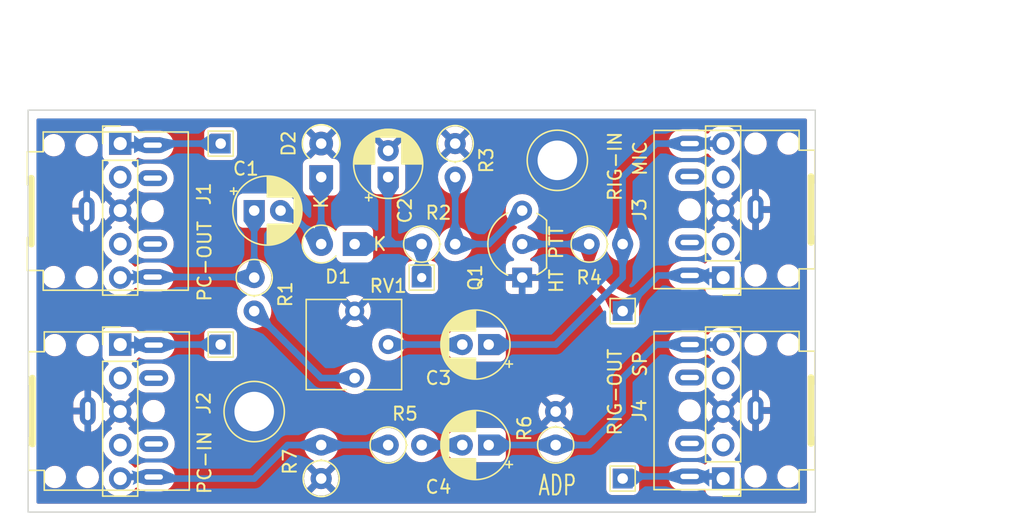
<source format=kicad_pcb>
(kicad_pcb (version 20221018) (generator pcbnew)
  (layers (0 "F.Cu" signal) (31 "B.Cu" signal) (34 "B.Paste" user) (35 "F.Paste" user) (36 "B.SilkS" user "B.Silkscreen") (37 "F.SilkS" user "F.Silkscreen") (38 "B.Mask" user) (39 "F.Mask" user) (44 "Edge.Cuts" user))
  (net 0 "")
  (net 1 "Net-(C1-Pad1)")
  (net 2 "Net-(D1-A)")
  (net 3 "Net-(D1-K)")
  (net 4 "GND")
  (net 5 "Net-(C3-Pad1)")
  (net 6 "Net-(C3-Pad2)")
  (net 7 "Net-(C4-Pad1)")
  (net 8 "Net-(C4-Pad2)")
  (net 9 "Net-(J2-PadT)")
  (net 10 "Net-(Q1-C)")
  (net 11 "Net-(Q1-B)")
  (net 12 "Net-(R1-Pad2)")
  (net 13 "Net-(J2-PadS)")
  (net 14 "Net-(J4-PadS)")
  (net 15 "Net-(J1-PadS)")
  (footprint "TestPoint:TestPoint_Plated_Hole_D3.0mm" (layer "F.Cu") (at 96.52 53.34)
    (fp_text reference "TP2" hide)
    (fp_text value "TestPoint")
    (pad "1" thru_hole circle (at 0 0) (size 4 4) (drill 3) (layers "*.Cu" "*.Mask") (net 4 "GND"))
  )
  (footprint "TestPoint:TestPoint_THTPad_1.5x1.5mm_Drill0.7mm" (layer "F.Cu") (at 109.22 43.181)
    (fp_text reference "TP7" hide)
    (fp_text value "TestPoint")
    (pad "1" thru_hole rect (at 0 0) (size 1.5 1.5) (drill 0.7) (layers "*.Cu" "*.Mask") (net 3 "Net-(D1-K)"))
  )
  (footprint "Capacitor_THT:CP_Radial_D5.0mm_P2.00mm" (layer "F.Cu") (at 114.3 55.88 180)
    (fp_text reference "C4" (at 3.81 -3.175) (layer "F.SilkS"))
    (fp_text value "C_Polarized")
    (pad "1" thru_hole rect (at 0 0 180) (size 1.6 1.6) (drill 0.8) (layers "*.Cu" "*.Mask") (net 7 "Net-(C4-Pad1)"))
    (pad "2" thru_hole circle (at 2 0 180) (size 1.6 1.6) (drill 0.8) (layers "*.Cu" "*.Mask") (net 8 "Net-(C4-Pad2)"))
  )
  (footprint "Connector_PinHeader_2.54mm:PinHeader_1x05_P2.54mm_Vertical" (layer "F.Cu") (at 132.08 58.42 180)
    (fp_text reference "J8" hide)
    (fp_text value "Conn_01x05_Socket")
    (pad "1" thru_hole rect (at 0 0 180) (size 1.7 1.7) (drill 1) (layers "*.Cu" "*.Mask"))
    (pad "2" thru_hole oval (at 0 2.54 180) (size 1.7 1.7) (drill 1) (layers "*.Cu" "*.Mask"))
    (pad "3" thru_hole oval (at 0 5.08 180) (size 1.7 1.7) (drill 1) (layers "*.Cu" "*.Mask") (net 4 "GND"))
    (pad "4" thru_hole oval (at 0 7.62 180) (size 1.7 1.7) (drill 1) (layers "*.Cu" "*.Mask"))
    (pad "5" thru_hole oval (at 0 10.16 180) (size 1.7 1.7) (drill 1) (layers "*.Cu" "*.Mask"))
  )
  (footprint "Capacitor_THT:CP_Radial_D5.0mm_P2.00mm" (layer "F.Cu") (at 114.3 48.26 180)
    (fp_text reference "C3" (at 3.81 -2.54) (layer "F.SilkS"))
    (fp_text value "C_Polarized")
    (pad "1" thru_hole rect (at 0 0 180) (size 1.6 1.6) (drill 0.8) (layers "*.Cu" "*.Mask") (net 5 "Net-(C3-Pad1)"))
    (pad "2" thru_hole circle (at 2 0 180) (size 1.6 1.6) (drill 0.8) (layers "*.Cu" "*.Mask") (net 6 "Net-(C3-Pad2)"))
  )
  (footprint "Potentiometer_THT:Potentiometer_Vishay_T73YP_Vertical" (layer "F.Cu") (at 104.14 50.8)
    (fp_text reference "RV1" (at 2.54 -6.985) (layer "F.SilkS"))
    (fp_text value "R_Potentiometer_Trim")
    (pad "1" thru_hole circle (at 0 0) (size 1.44 1.44) (drill 0.8) (layers "*.Cu" "*.Mask") (net 12 "Net-(R1-Pad2)"))
    (pad "2" thru_hole circle (at 2.54 -2.54) (size 1.44 1.44) (drill 0.8) (layers "*.Cu" "*.Mask") (net 6 "Net-(C3-Pad2)"))
    (pad "3" thru_hole circle (at 0 -5.08) (size 1.44 1.44) (drill 0.8) (layers "*.Cu" "*.Mask") (net 4 "GND"))
  )
  (footprint "Diode_THT:D_A-405_P2.54mm_Vertical_KathodeUp" (layer "F.Cu") (at 104.14 40.64 180)
    (fp_text reference "D1" (at 1.27 -2.47) (layer "F.SilkS"))
    (fp_text value "Diode")
    (fp_text user "K" (at -1.9 0) (layer "F.SilkS"))
    (pad "1" thru_hole rect (at 0 0 180) (size 1.8 1.8) (drill 0.8) (layers "*.Cu" "*.Mask") (net 3 "Net-(D1-K)"))
    (pad "2" thru_hole oval (at 2.54 0 180) (size 1.8 1.8) (drill 0.8) (layers "*.Cu" "*.Mask") (net 2 "Net-(D1-A)"))
  )
  (footprint "Package_TO_SOT_THT:TO-92_Inline_Wide" (layer "F.Cu") (at 116.84 43.18 90)
    (fp_text reference "Q1" (at 0 -3.56 90) (layer "F.SilkS"))
    (fp_text value "2SC1815")
    (pad "1" thru_hole rect (at 0 0 90) (size 1.5 1.5) (drill 0.8) (layers "*.Cu" "*.Mask") (net 4 "GND"))
    (pad "2" thru_hole circle (at 2.54 0 90) (size 1.5 1.5) (drill 0.8) (layers "*.Cu" "*.Mask") (net 10 "Net-(Q1-C)"))
    (pad "3" thru_hole circle (at 5.08 0 90) (size 1.5 1.5) (drill 0.8) (layers "*.Cu" "*.Mask") (net 11 "Net-(Q1-B)"))
  )
  (footprint "TestPoint:TestPoint_THTPad_1.5x1.5mm_Drill0.7mm" (layer "F.Cu") (at 124.46 58.42)
    (fp_text reference "TP5" hide)
    (fp_text value "TestPoint")
    (pad "1" thru_hole rect (at 0 0) (size 1.5 1.5) (drill 0.8) (layers "*.Cu" "*.Mask") (net 14 "Net-(J4-PadS)"))
  )
  (footprint "Connector_Audio:Jack_3.5mm_CUI_SJ1-3525N_Horizontal" (layer "F.Cu") (at 134.54 53.26 90)
    (fp_text reference "J4" (at 0 -8.8 90) (layer "F.SilkS"))
    (fp_text value "AudioJack2_Ground")
    (pad "" np_thru_hole circle (at -5 0 90) (size 1.2 1.2) (drill 1.2) (layers "*.Cu"))
    (pad "" np_thru_hole circle (at -5 2.5 90) (size 1.2 1.2) (drill 1.2) (layers "*.Cu"))
    (pad "" np_thru_hole circle (at 0 -5 90) (size 1.2 1.2) (drill 1.2) (layers "*.Cu"))
    (pad "" np_thru_hole circle (at 5 0 90) (size 1.2 1.2) (drill 1.2) (layers "*.Cu"))
    (pad "" np_thru_hole circle (at 5 2.5 90) (size 1.2 1.2) (drill 1.2) (layers "*.Cu"))
    (pad "G" thru_hole oval (at 0 0 90) (size 2.2 1.2) (drill oval 1.4 0.4) (layers "*.Cu" "*.Mask") (net 4 "GND"))
    (pad "S" thru_hole oval (at -5 -5 90) (size 1.2 2.2) (drill oval 0.4 1.4) (layers "*.Cu" "*.Mask") (net 14 "Net-(J4-PadS)"))
    (pad "SN" thru_hole oval (at -2.5 -5 90) (size 1.2 2.2) (drill oval 0.4 1.4) (layers "*.Cu" "*.Mask"))
    (pad "T" thru_hole oval (at 5 -5 270) (size 1.2 2.2) (drill oval 0.4 1.4) (layers "*.Cu" "*.Mask") (net 7 "Net-(C4-Pad1)"))
    (pad "TN" thru_hole oval (at 2.5 -5 270) (size 1.2 2.2) (drill oval 0.4 1.4) (layers "*.Cu" "*.Mask"))
  )
  (footprint "Connector_Audio:Jack_3.5mm_CUI_SJ1-3525N_Horizontal" (layer "F.Cu") (at 134.54 38.02 90)
    (fp_text reference "J3" (at 0 -8.8 90) (layer "F.SilkS"))
    (fp_text value "AudioJack2_Ground")
    (pad "" np_thru_hole circle (at -5 0 90) (size 1.2 1.2) (drill 1.2) (layers "*.Cu"))
    (pad "" np_thru_hole circle (at -5 2.5 90) (size 1.2 1.2) (drill 1.2) (layers "*.Cu"))
    (pad "" np_thru_hole circle (at 0 -5 90) (size 1.2 1.2) (drill 1.2) (layers "*.Cu"))
    (pad "" np_thru_hole circle (at 5 0 90) (size 1.2 1.2) (drill 1.2) (layers "*.Cu"))
    (pad "" np_thru_hole circle (at 5 2.5 90) (size 1.2 1.2) (drill 1.2) (layers "*.Cu"))
    (pad "G" thru_hole oval (at 0 0 90) (size 2.2 1.2) (drill oval 1.4 0.4) (layers "*.Cu" "*.Mask") (net 4 "GND"))
    (pad "S" thru_hole oval (at -5 -5 90) (size 1.2 2.2) (drill oval 0.4 1.4) (layers "*.Cu" "*.Mask") (net 10 "Net-(Q1-C)"))
    (pad "SN" thru_hole oval (at -2.5 -5 90) (size 1.2 2.2) (drill oval 0.4 1.4) (layers "*.Cu" "*.Mask"))
    (pad "T" thru_hole oval (at 5 -5 270) (size 1.2 2.2) (drill oval 0.4 1.4) (layers "*.Cu" "*.Mask") (net 5 "Net-(C3-Pad1)"))
    (pad "TN" thru_hole oval (at 2.5 -5 270) (size 1.2 2.2) (drill oval 0.4 1.4) (layers "*.Cu" "*.Mask"))
  )
  (footprint "Resistor_THT:R_Axial_DIN0207_L6.3mm_D2.5mm_P2.54mm_Vertical" (layer "F.Cu") (at 106.68 55.88)
    (fp_text reference "R5" (at 1.27 -2.37) (layer "F.SilkS"))
    (fp_text value "R")
    (pad "1" thru_hole circle (at 0 0) (size 1.6 1.6) (drill 0.8) (layers "*.Cu" "*.Mask") (net 9 "Net-(J2-PadT)"))
    (pad "2" thru_hole oval (at 2.54 0) (size 1.6 1.6) (drill 0.8) (layers "*.Cu" "*.Mask") (net 8 "Net-(C4-Pad2)"))
  )
  (footprint "Connector_PinHeader_2.54mm:PinHeader_1x05_P2.54mm_Vertical" (layer "F.Cu") (at 132.08 43.18 180)
    (fp_text reference "J7" hide)
    (fp_text value "Conn_01x05_Socket")
    (pad "1" thru_hole rect (at 0 0 180) (size 1.7 1.7) (drill 1) (layers "*.Cu" "*.Mask"))
    (pad "2" thru_hole oval (at 0 2.54 180) (size 1.7 1.7) (drill 1) (layers "*.Cu" "*.Mask"))
    (pad "3" thru_hole oval (at 0 5.08 180) (size 1.7 1.7) (drill 1) (layers "*.Cu" "*.Mask") (net 4 "GND"))
    (pad "4" thru_hole oval (at 0 7.62 180) (size 1.7 1.7) (drill 1) (layers "*.Cu" "*.Mask"))
    (pad "5" thru_hole oval (at 0 10.16 180) (size 1.7 1.7) (drill 1) (layers "*.Cu" "*.Mask"))
  )
  (footprint "TestPoint:TestPoint_THTPad_1.5x1.5mm_Drill0.7mm" (layer "F.Cu") (at 93.98 48.26)
    (fp_text reference "TP4" hide)
    (fp_text value "TestPoint")
    (pad "1" thru_hole rect (at 0 0) (size 1.5 1.5) (drill 0.8) (layers "*.Cu" "*.Mask") (net 13 "Net-(J2-PadS)"))
  )
  (footprint "TestPoint:TestPoint_Plated_Hole_D3.0mm" (layer "F.Cu") (at 119.507 34.29)
    (fp_text reference "TP1" hide)
    (fp_text value "TestPoint")
    (pad "1" thru_hole circle (at 0 0) (size 4 4) (drill 3) (layers "*.Cu" "*.Mask") (net 4 "GND"))
  )
  (footprint "Resistor_THT:R_Axial_DIN0207_L6.3mm_D2.5mm_P2.54mm_Vertical" (layer "F.Cu") (at 121.92 40.64)
    (fp_text reference "R4" (at 0 2.54) (layer "F.SilkS"))
    (fp_text value "R")
    (pad "1" thru_hole circle (at 0 0) (size 1.6 1.6) (drill 0.8) (layers "*.Cu" "*.Mask") (net 10 "Net-(Q1-C)"))
    (pad "2" thru_hole oval (at 2.54 0) (size 1.6 1.6) (drill 0.8) (layers "*.Cu" "*.Mask") (net 5 "Net-(C3-Pad1)"))
  )
  (footprint "Diode_THT:D_A-405_P2.54mm_Vertical_KathodeUp" (layer "F.Cu") (at 101.6 35.56 90)
    (fp_text reference "D2" (at 2.54 -2.47 90) (layer "F.SilkS"))
    (fp_text value "Diode")
    (fp_text user "K" (at -1.9 0 90) (layer "F.SilkS"))
    (pad "1" thru_hole rect (at 0 0 90) (size 1.8 1.8) (drill 0.8) (layers "*.Cu" "*.Mask") (net 2 "Net-(D1-A)"))
    (pad "2" thru_hole oval (at 2.54 0 90) (size 1.8 1.8) (drill 0.8) (layers "*.Cu" "*.Mask") (net 4 "GND"))
  )
  (footprint "Connector_PinHeader_2.54mm:PinHeader_1x05_P2.54mm_Vertical" (layer "F.Cu") (at 86.36 48.26)
    (fp_text reference "J6" hide)
    (fp_text value "Conn_01x05_Socket")
    (pad "1" thru_hole rect (at 0 0) (size 1.7 1.7) (drill 1) (layers "*.Cu" "*.Mask"))
    (pad "2" thru_hole oval (at 0 2.54) (size 1.7 1.7) (drill 1) (layers "*.Cu" "*.Mask"))
    (pad "3" thru_hole oval (at 0 5.08) (size 1.7 1.7) (drill 1) (layers "*.Cu" "*.Mask") (net 4 "GND"))
    (pad "4" thru_hole oval (at 0 7.62) (size 1.7 1.7) (drill 1) (layers "*.Cu" "*.Mask"))
    (pad "5" thru_hole oval (at 0 10.16) (size 1.7 1.7) (drill 1) (layers "*.Cu" "*.Mask"))
  )
  (footprint "Resistor_THT:R_Axial_DIN0207_L6.3mm_D2.5mm_P2.54mm_Vertical" (layer "F.Cu") (at 96.52 43.18 -90)
    (fp_text reference "R1" (at 1.27 -2.37 90) (layer "F.SilkS"))
    (fp_text value "R")
    (pad "1" thru_hole circle (at 0 0 270) (size 1.6 1.6) (drill 0.8) (layers "*.Cu" "*.Mask") (net 1 "Net-(C1-Pad1)"))
    (pad "2" thru_hole oval (at 2.54 0 270) (size 1.6 1.6) (drill 0.8) (layers "*.Cu" "*.Mask") (net 12 "Net-(R1-Pad2)"))
  )
  (footprint "TestPoint:TestPoint_THTPad_1.5x1.5mm_Drill0.7mm" (layer "F.Cu") (at 93.98 33.02)
    (fp_text reference "TP3" hide)
    (fp_text value "TestPoint")
    (pad "1" thru_hole rect (at 0 0) (size 1.5 1.5) (drill 0.8) (layers "*.Cu" "*.Mask") (net 15 "Net-(J1-PadS)"))
  )
  (footprint "Resistor_THT:R_Axial_DIN0207_L6.3mm_D2.5mm_P2.54mm_Vertical" (layer "F.Cu") (at 119.38 55.88 90)
    (fp_text reference "R6" (at 1.27 -2.37 90) (layer "F.SilkS"))
    (fp_text value "R")
    (pad "1" thru_hole circle (at 0 0 90) (size 1.6 1.6) (drill 0.8) (layers "*.Cu" "*.Mask") (net 7 "Net-(C4-Pad1)"))
    (pad "2" thru_hole oval (at 2.54 0 90) (size 1.6 1.6) (drill 0.8) (layers "*.Cu" "*.Mask") (net 4 "GND"))
  )
  (footprint "Connector_Audio:Jack_3.5mm_CUI_SJ1-3525N_Horizontal" (layer "F.Cu") (at 83.82 38.14 -90)
    (fp_text reference "J1" (at -1.31 -8.89 90) (layer "F.SilkS"))
    (fp_text value "AudioJack2_Ground")
    (pad "" np_thru_hole circle (at -5 0 270) (size 1.2 1.2) (drill 1.2) (layers "*.Cu"))
    (pad "" np_thru_hole circle (at -5 2.5 270) (size 1.2 1.2) (drill 1.2) (layers "*.Cu"))
    (pad "" np_thru_hole circle (at 0 -5 270) (size 1.2 1.2) (drill 1.2) (layers "*.Cu"))
    (pad "" np_thru_hole circle (at 5 0 270) (size 1.2 1.2) (drill 1.2) (layers "*.Cu"))
    (pad "" np_thru_hole circle (at 5 2.5 270) (size 1.2 1.2) (drill 1.2) (layers "*.Cu"))
    (pad "G" thru_hole oval (at 0 0 270) (size 2.2 1.2) (drill oval 1.4 0.4) (layers "*.Cu" "*.Mask") (net 4 "GND"))
    (pad "S" thru_hole oval (at -5 -5 270) (size 1.2 2.2) (drill oval 0.4 1.4) (layers "*.Cu" "*.Mask") (net 15 "Net-(J1-PadS)"))
    (pad "SN" thru_hole oval (at -2.5 -5 270) (size 1.2 2.2) (drill oval 0.4 1.4) (layers "*.Cu" "*.Mask"))
    (pad "T" thru_hole oval (at 5 -5 90) (size 1.2 2.2) (drill oval 0.4 1.4) (layers "*.Cu" "*.Mask") (net 1 "Net-(C1-Pad1)"))
    (pad "TN" thru_hole oval (at 2.5 -5 90) (size 1.2 2.2) (drill oval 0.4 1.4) (layers "*.Cu" "*.Mask"))
  )
  (footprint "Capacitor_THT:CP_Radial_D5.0mm_P2.00mm" (layer "F.Cu") (at 96.52 38.1)
    (fp_text reference "C1" (at -0.635 -3.175) (layer "F.SilkS"))
    (fp_text value "C_Polarized")
    (pad "1" thru_hole rect (at 0 0) (size 1.6 1.6) (drill 0.8) (layers "*.Cu" "*.Mask") (net 1 "Net-(C1-Pad1)"))
    (pad "2" thru_hole circle (at 2 0) (size 1.6 1.6) (drill 0.8) (layers "*.Cu" "*.Mask") (net 2 "Net-(D1-A)"))
  )
  (footprint "Resistor_THT:R_Axial_DIN0207_L6.3mm_D2.5mm_P2.54mm_Vertical" (layer "F.Cu") (at 111.76 33.02 -90)
    (fp_text reference "R3" (at 1.27 -2.37 90) (layer "F.SilkS"))
    (fp_text value "R")
    (pad "1" thru_hole circle (at 0 0 270) (size 1.6 1.6) (drill 0.8) (layers "*.Cu" "*.Mask") (net 4 "GND"))
    (pad "2" thru_hole oval (at 2.54 0 270) (size 1.6 1.6) (drill 0.8) (layers "*.Cu" "*.Mask") (net 11 "Net-(Q1-B)"))
  )
  (footprint "Resistor_THT:R_Axial_DIN0207_L6.3mm_D2.5mm_P2.54mm_Vertical" (layer "F.Cu") (at 101.6 58.42 90)
    (fp_text reference "R7" (at 1.27 -2.37 90) (layer "F.SilkS"))
    (fp_text value "R")
    (pad "1" thru_hole circle (at 0 0 90) (size 1.6 1.6) (drill 0.8) (layers "*.Cu" "*.Mask") (net 4 "GND"))
    (pad "2" thru_hole oval (at 2.54 0 90) (size 1.6 1.6) (drill 0.8) (layers "*.Cu" "*.Mask") (net 9 "Net-(J2-PadT)"))
  )
  (footprint "Connector_PinHeader_2.54mm:PinHeader_1x05_P2.54mm_Vertical" (layer "F.Cu") (at 86.36 33.02)
    (fp_text reference "J5" hide)
    (fp_text value "Conn_01x05_Socket")
    (pad "1" thru_hole rect (at 0 0) (size 1.7 1.7) (drill 1) (layers "*.Cu" "*.Mask"))
    (pad "2" thru_hole oval (at 0 2.54) (size 1.7 1.7) (drill 1) (layers "*.Cu" "*.Mask"))
    (pad "3" thru_hole oval (at 0 5.08) (size 1.7 1.7) (drill 1) (layers "*.Cu" "*.Mask") (net 4 "GND"))
    (pad "4" thru_hole oval (at 0 7.62) (size 1.7 1.7) (drill 1) (layers "*.Cu" "*.Mask"))
    (pad "5" thru_hole oval (at 0 10.16) (size 1.7 1.7) (drill 1) (layers "*.Cu" "*.Mask"))
  )
  (footprint "TestPoint:TestPoint_THTPad_1.5x1.5mm_Drill0.7mm" (layer "F.Cu") (at 124.46 45.72)
    (fp_text reference "TP6" hide)
    (fp_text value "TestPoint")
    (pad "1" thru_hole rect (at 0 0) (size 1.5 1.5) (drill 0.8) (layers "*.Cu" "*.Mask") (net 10 "Net-(Q1-C)"))
  )
  (footprint "Resistor_THT:R_Axial_DIN0207_L6.3mm_D2.5mm_P2.54mm_Vertical" (layer "F.Cu") (at 109.22 40.64)
    (fp_text reference "R2" (at 1.27 -2.37) (layer "F.SilkS"))
    (fp_text value "R")
    (pad "1" thru_hole circle (at 0 0) (size 1.6 1.6) (drill 0.8) (layers "*.Cu" "*.Mask") (net 3 "Net-(D1-K)"))
    (pad "2" thru_hole oval (at 2.54 0) (size 1.6 1.6) (drill 0.8) (layers "*.Cu" "*.Mask") (net 11 "Net-(Q1-B)"))
  )
  (footprint "Connector_Audio:Jack_3.5mm_CUI_SJ1-3525N_Horizontal" (layer "F.Cu") (at 83.9 53.3 -90)
    (fp_text reference "J2" (at -0.595 -8.8 90) (layer "F.SilkS"))
    (fp_text value "AudioJack2_Ground")
    (pad "" np_thru_hole circle (at -5 0 270) (size 1.2 1.2) (drill 1.2) (layers "*.Cu"))
    (pad "" np_thru_hole circle (at -5 2.5 270) (size 1.2 1.2) (drill 1.2) (layers "*.Cu"))
    (pad "" np_thru_hole circle (at 0 -5 270) (size 1.2 1.2) (drill 1.2) (layers "*.Cu"))
    (pad "" np_thru_hole circle (at 5 0 270) (size 1.2 1.2) (drill 1.2) (layers "*.Cu"))
    (pad "" np_thru_hole circle (at 5 2.5 270) (size 1.2 1.2) (drill 1.2) (layers "*.Cu"))
    (pad "G" thru_hole oval (at 0 0 270) (size 2.2 1.2) (drill oval 1.4 0.4) (layers "*.Cu" "*.Mask") (net 4 "GND"))
    (pad "S" thru_hole oval (at -5 -5 270) (size 1.2 2.2) (drill oval 0.4 1.4) (layers "*.Cu" "*.Mask") (net 13 "Net-(J2-PadS)"))
    (pad "SN" thru_hole oval (at -2.5 -5 270) (size 1.2 2.2) (drill oval 0.4 1.4) (layers "*.Cu" "*.Mask"))
    (pad "T" thru_hole oval (at 5 -5 90) (size 1.2 2.2) (drill oval 0.4 1.4) (layers "*.Cu" "*.Mask") (net 9 "Net-(J2-PadT)"))
    (pad "TN" thru_hole oval (at 2.5 -5 90) (size 1.2 2.2) (drill oval 0.4 1.4) (layers "*.Cu" "*.Mask"))
  )
  (footprint "Capacitor_THT:CP_Radial_D5.0mm_P2.00mm" (layer "F.Cu") (at 106.68 35.56 90)
    (fp_text reference "C2" (at -2.54 1.27 90) (layer "F.SilkS"))
    (fp_text value "C_Polarized")
    (pad "1" thru_hole rect (at 0 0 90) (size 1.6 1.6) (drill 0.8) (layers "*.Cu" "*.Mask") (net 3 "Net-(D1-K)"))
    (pad "2" thru_hole circle (at 2 0 90) (size 1.6 1.6) (drill 0.8) (layers "*.Cu" "*.Mask") (net 4 "GND"))
  )
  (gr_line (start 139.065 60.96) (end 79.375 60.96) (stroke (width 0.1)) (layer "Edge.Cuts"))
  (gr_line (start 79.375 30.48) (end 139.065 30.48) (stroke (width 0.1)) (layer "Edge.Cuts"))
  (gr_line (start 79.375 60.96) (end 79.375 30.48) (stroke (width 0.1)) (layer "Edge.Cuts"))
  (gr_line (start 139.065 30.48) (end 139.065 60.96) (stroke (width 0.1)) (layer "Edge.Cuts"))
  (gr_text "HT PTT" (at 120.015 44.45 90) (layer "F.SilkS") (effects (font (size 1 1)) (justify left bottom)))
  (gr_text "PC-OUT" (at 93.345 45.085 90) (layer "F.SilkS") (effects (font (size 1 1)) (justify left bottom)))
  (gr_text "MIC" (at 126.365 35.56 90) (layer "F.SilkS") (effects (font (size 1 1)) (justify left bottom)))
  (gr_text "RIG-OUT" (at 124.46 55.245 90) (layer "F.SilkS") (effects (font (size 1 1)) (justify left bottom)))
  (gr_text "RIG-IN" (at 124.46 37.465 90) (layer "F.SilkS") (effects (font (size 1 1)) (justify left bottom)))
  (gr_text "PC-IN" (at 93.345 59.69 90) (layer "F.SilkS") (effects (font (size 1 1)) (justify left bottom)))
  (gr_text "SP" (at 126.365 50.8 90) (layer "F.SilkS") (effects (font (size 1 1)) (justify left bottom)))
  (gr_text "ADP" (at 117.983 59.817) (layer "F.SilkS") (effects (font (size 1.5 1)) (justify left bottom)))
  (segment (start 96.52 38.1) (end 96.52 43.18) (width 0.5) (layer "B.Cu") (net 1))
  (segment (start 88.82 43.14) (end 96.48 43.14) (width 0.5) (layer "B.Cu") (net 1))
  (segment (start 88.82 43.14) (end 86.4 43.14) (width 0.5) (layer "B.Cu") (net 1))
  (segment (start 96.48 43.14) (end 96.52 43.18) (width 0.5) (layer "B.Cu") (net 1))
  (segment (start 86.4 43.14) (end 86.36 43.18) (width 0.5) (layer "B.Cu") (net 1))
  (segment (start 101.6 35.56) (end 101.6 40.64) (width 0.5) (layer "B.Cu") (net 2))
  (segment (start 98.52 38.1) (end 99.06 38.1) (width 0.5) (layer "B.Cu") (net 2))
  (segment (start 99.06 38.1) (end 101.6 40.64) (width 0.5) (layer "B.Cu") (net 2))
  (segment (start 106.299 40.64) (end 104.14 40.64) (width 0.5) (layer "B.Cu") (net 3))
  (segment (start 107.188 40.64) (end 106.68 40.64) (width 0.5) (layer "B.Cu") (net 3))
  (segment (start 107.061 40.64) (end 107.188 40.64) (width 0.25) (layer "B.Cu") (net 3))
  (segment (start 106.68 40.259) (end 106.68 40.64) (width 0.5) (layer "B.Cu") (net 3))
  (segment (start 109.22 43.18) (end 109.22 40.64) (width 0.5) (layer "B.Cu") (net 3))
  (segment (start 106.68 40.005) (end 106.045 40.64) (width 0.25) (layer "B.Cu") (net 3))
  (segment (start 106.68 40.005) (end 107.188 40.513) (width 0.25) (layer "B.Cu") (net 3))
  (segment (start 106.68 40.64) (end 106.299 40.64) (width 0.5) (layer "B.Cu") (net 3))
  (segment (start 106.68 35.56) (end 106.68 40.259) (width 0.5) (layer "B.Cu") (net 3))
  (segment (start 109.22 40.64) (end 107.188 40.64) (width 0.5) (layer "B.Cu") (net 3))
  (segment (start 119.38 48.26) (end 124.46 43.18) (width 0.5) (layer "B.Cu") (net 5))
  (segment (start 124.46 43.18) (end 124.46 40.64) (width 0.5) (layer "B.Cu") (net 5))
  (segment (start 114.3 48.26) (end 114.84 47.72) (width 0.5) (layer "B.Cu") (net 5))
  (segment (start 114.3 48.26) (end 119.38 48.26) (width 0.5) (layer "B.Cu") (net 5))
  (segment (start 129.54 33.02) (end 132.08 33.02) (width 0.5) (layer "B.Cu") (net 5))
  (segment (start 124.46 35.56) (end 124.46 40.64) (width 0.5) (layer "B.Cu") (net 5))
  (segment (start 129.54 33.02) (end 127 33.02) (width 0.5) (layer "B.Cu") (net 5))
  (segment (start 127 33.02) (end 124.46 35.56) (width 0.5) (layer "B.Cu") (net 5))
  (segment (start 106.68 48.26) (end 112.3 48.26) (width 0.5) (layer "B.Cu") (net 6))
  (segment (start 121.92 55.88) (end 124.46 53.34) (width 0.5) (layer "B.Cu") (net 7))
  (segment (start 114.3 55.88) (end 119.38 55.88) (width 0.5) (layer "B.Cu") (net 7))
  (segment (start 119.38 55.88) (end 121.92 55.88) (width 0.5) (layer "B.Cu") (net 7))
  (segment (start 124.46 53.34) (end 124.46 50.8) (width 0.5) (layer "B.Cu") (net 7))
  (segment (start 124.46 50.8) (end 127 48.26) (width 0.5) (layer "B.Cu") (net 7))
  (segment (start 129.54 48.26) (end 132.08 48.26) (width 0.5) (layer "B.Cu") (net 7))
  (segment (start 127 48.26) (end 129.54 48.26) (width 0.5) (layer "B.Cu") (net 7))
  (segment (start 109.22 55.88) (end 112.3 55.88) (width 0.5) (layer "B.Cu") (net 8))
  (segment (start 101.6 55.88) (end 106.68 55.88) (width 0.5) (layer "B.Cu") (net 9))
  (segment (start 99.06 55.88) (end 96.52 58.42) (width 0.5) (layer "B.Cu") (net 9))
  (segment (start 96.52 58.42) (end 89.02 58.42) (width 0.5) (layer "B.Cu") (net 9))
  (segment (start 89.02 58.42) (end 88.9 58.3) (width 0.5) (layer "B.Cu") (net 9))
  (segment (start 86.48 58.3) (end 86.36 58.42) (width 0.5) (layer "B.Cu") (net 9))
  (segment (start 88.9 58.3) (end 86.48 58.3) (width 0.5) (layer "B.Cu") (net 9))
  (segment (start 101.6 55.88) (end 99.06 55.88) (width 0.5) (layer "B.Cu") (net 9))
  (segment (start 121.92 40.64) (end 121.92 43.18) (width 0.5) (layer "F.Cu") (net 10))
  (segment (start 121.92 43.18) (end 124.46 45.72) (width 0.5) (layer "F.Cu") (net 10))
  (segment (start 129.54 43.02) (end 127.16 43.02) (width 0.5) (layer "B.Cu") (net 10))
  (segment (start 116.84 40.64) (end 121.92 40.64) (width 0.5) (layer "B.Cu") (net 10))
  (segment (start 127.16 43.02) (end 124.46 45.72) (width 0.5) (layer "B.Cu") (net 10))
  (segment (start 131.92 43.02) (end 132.08 43.18) (width 0.5) (layer "B.Cu") (net 10))
  (segment (start 129.54 43.02) (end 131.92 43.02) (width 0.5) (layer "B.Cu") (net 10))
  (segment (start 114.3 40.64) (end 116.84 38.1) (width 0.5) (layer "B.Cu") (net 11))
  (segment (start 111.76 40.64) (end 114.3 40.64) (width 0.5) (layer "B.Cu") (net 11))
  (segment (start 111.76 40.64) (end 111.76 35.56) (width 0.5) (layer "B.Cu") (net 11))
  (segment (start 96.52 45.72) (end 101.6 50.8) (width 0.5) (layer "B.Cu") (net 12))
  (segment (start 101.6 50.8) (end 104.14 50.8) (width 0.5) (layer "B.Cu") (net 12))
  (segment (start 88.94 48.26) (end 88.9 48.3) (width 0.5) (layer "B.Cu") (net 13))
  (segment (start 86.4 48.3) (end 86.36 48.26) (width 0.5) (layer "B.Cu") (net 13))
  (segment (start 93.98 48.26) (end 88.94 48.26) (width 0.5) (layer "B.Cu") (net 13))
  (segment (start 88.9 48.3) (end 86.4 48.3) (width 0.5) (layer "B.Cu") (net 13))
  (segment (start 124.62 58.26) (end 124.46 58.42) (width 0.5) (layer "B.Cu") (net 14))
  (segment (start 131.92 58.26) (end 132.08 58.42) (width 0.5) (layer "B.Cu") (net 14))
  (segment (start 129.54 58.26) (end 124.62 58.26) (width 0.5) (layer "B.Cu") (net 14))
  (segment (start 129.54 58.26) (end 131.92 58.26) (width 0.5) (layer "B.Cu") (net 14))
  (segment (start 86.48 33.14) (end 86.36 33.02) (width 0.5) (layer "B.Cu") (net 15))
  (segment (start 93.98 33.02) (end 88.94 33.02) (width 0.5) (layer "B.Cu") (net 15))
  (segment (start 88.82 33.14) (end 86.48 33.14) (width 0.5) (layer "B.Cu") (net 15))
  (segment (start 88.94 33.02) (end 88.82 33.14) (width 0.5) (layer "B.Cu") (net 15))
  (zone (net 4) (net_name "GND") (layers "F&B.Cu") (connect_pads (clearance 0.5)) (min_thickness 0.25) (fill yes (thermal_gap 0.5) (thermal_bridge_width 0.5))
    (polygon (pts (xy 80.01 31.115) (xy 138.43 31.115) (xy 138.43 60.325) (xy 80.01 60.325)))
  )
)
</source>
